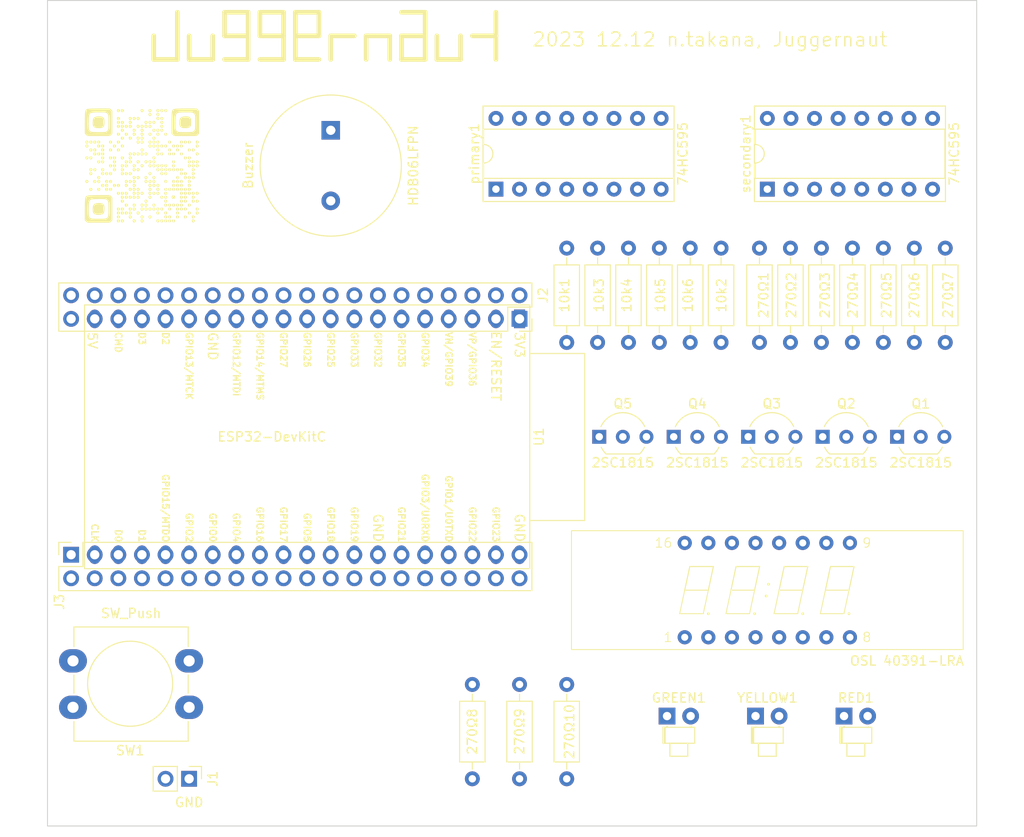
<source format=kicad_pcb>
(kicad_pcb (version 20221018) (generator pcbnew)
  (layers (0 "F.Cu" signal) (31 "B.Cu" signal) (34 "B.Paste" user) (35 "F.Paste" user) (36 "B.SilkS" user "B.Silkscreen") (37 "F.SilkS" user "F.Silkscreen") (38 "B.Mask" user) (39 "F.Mask" user) (44 "Edge.Cuts" user))
  (net 0 "")
  (net 1 "+3V3")
  (net 2 "Net-(Q1-B)")
  (net 3 "Net-(primary1-QA)")
  (net 4 "Net-(Q5-B)")
  (net 5 "Net-(primary1-QB)")
  (net 6 "Net-(Q4-B)")
  (net 7 "Net-(primary1-QC)")
  (net 8 "Net-(Q3-B)")
  (net 9 "Net-(primary1-QD)")
  (net 10 "Net-(Q2-B)")
  (net 11 "Net-(primary1-QE)")
  (net 12 "Net-(BZ1--)")
  (net 13 "Net-(primary1-QF)")
  (net 14 "Net-(GREEN1-A)")
  (net 15 "Net-(U2-f)")
  (net 16 "Net-(secondary1-QC)")
  (net 17 "Net-(primary1-QG)")
  (net 18 "Net-(YELLOW1-A)")
  (net 19 "Net-(U2-e)")
  (net 20 "Net-(secondary1-QD)")
  (net 21 "Net-(U2-d)")
  (net 22 "Net-(secondary1-QE)")
  (net 23 "Net-(U2-c{slash}D3)")
  (net 24 "Net-(secondary1-QF)")
  (net 25 "Net-(U2-b{slash}D2)")
  (net 26 "Net-(secondary1-QG)")
  (net 27 "Net-(U2-a{slash}D1)")
  (net 28 "Net-(secondary1-QH)")
  (net 29 "Net-(U2-g)")
  (net 30 "Net-(secondary1-QB)")
  (net 31 "Net-(primary1-QH)")
  (net 32 "Net-(RED1-A)")
  (net 33 "GNDPWR")
  (net 34 "Net-(J3-Pin_20a)")
  (net 35 "Net-(J3-Pin_21a)")
  (net 36 "Net-(J3-Pin_22a)")
  (net 37 "Net-(J3-Pin_23a)")
  (net 38 "Net-(J3-Pin_24a)")
  (net 39 "Net-(J3-Pin_25a)")
  (net 40 "Net-(J3-Pin_26a)")
  (net 41 "Net-(J3-Pin_27a)")
  (net 42 "Net-(J3-Pin_28a)")
  (net 43 "Net-(J3-Pin_29a)")
  (net 44 "Net-(J3-Pin_30a)")
  (net 45 "Net-(J3-Pin_31a)")
  (net 46 "Net-(J3-Pin_33a)")
  (net 47 "Net-(J3-Pin_34a)")
  (net 48 "Net-(J3-Pin_35a)")
  (net 49 "Net-(J3-Pin_36a)")
  (net 50 "Net-(J3-Pin_37a)")
  (net 53 "Net-(primary1-QH')")
  (net 54 "Net-(J2-Pin_9a)")
  (net 55 "Net-(J2-Pin_10a)")
  (net 56 "Net-(J2-Pin_11a)")
  (net 57 "Net-(Q1-C)")
  (net 58 "Net-(Q2-C)")
  (net 59 "Net-(Q3-C)")
  (net 60 "Net-(Q4-C)")
  (net 61 "Net-(Q5-C)")
  (net 64 "Net-(J2-Pin_2a)")
  (net 65 "Net-(J2-Pin_4a)")
  (net 66 "Net-(J2-Pin_5a)")
  (net 67 "Net-(J2-Pin_6a)")
  (net 68 "Net-(J2-Pin_7a)")
  (net 69 "Net-(J2-Pin_8a)")
  (net 70 "Net-(J2-Pin_12a)")
  (net 71 "Net-(J2-Pin_15a)")
  (net 72 "Net-(J2-Pin_16a)")
  (net 73 "Net-(J2-Pin_17a)")
  (net 74 "Net-(J2-Pin_18a)")
  (net 75 "+5V")
  (net 77 "Net-(10k1-Pad1)")
  (footprint "MountingHole:MountingHole_2.7mm_M2.5" (layer "F.Cu") (at 171.12 68.58)
    (fp_text reference "hole_upper_right" hide)
    (fp_text value "MountingHole_2.7mm_M2.5")
    (pad "" np_thru_hole circle (at 0 0) (size 2.7 2.7) (drill 2.7) (layers "F&B.Cu" "*.Mask"))
  )
  (footprint "MountingHole:MountingHole_2.7mm_M2.5" (layer "F.Cu") (at 171.12 147.32)
    (fp_text reference "hole_lower_right" hide)
    (fp_text value "MountingHole_2.7mm_M2.5")
    (pad "" np_thru_hole circle (at 0 0) (size 2.7 2.7) (drill 2.7) (layers "*.Cu" "*.Mask"))
  )
  (footprint "Resistor_THT:R_Axial_DIN0207_L6.3mm_D2.5mm_P10.16mm_Horizontal" (layer "F.Cu") (at 156.1567 100.33 90)
    (fp_text reference "270Ω2" (at 5.08 0.1025 90) (layer "F.SilkS"))
    (fp_text value "R_US")
    (pad "1" thru_hole circle (at 0 0 90) (size 1.6 1.6) (drill 0.8) (layers "*.Cu" "*.Mask") (net 15 "Net-(U2-f)"))
    (pad "2" thru_hole oval (at 10.16 0 90) (size 1.6 1.6) (drill 0.8) (layers "*.Cu" "*.Mask") (net 16 "Net-(secondary1-QC)"))
  )
  (footprint "PCM_Espressif:ESP32-DevKitC" (layer "F.Cu") (at 127 97.79 -90)
    (fp_text reference "U1" (at 12.7 -2.1 90) (layer "F.SilkS"))
    (fp_text value "ESP32-DevKitC" (at 12.7 26.67) (layer "F.SilkS"))
    (fp_text user "GPIO34" (at 1.33 10.16 -90 unlocked) (layer "F.SilkS") (effects (font (size 0.7 0.7)) (justify left)))
    (fp_text user "GPIO22" (at 24.13 5.08 -90 unlocked) (layer "F.SilkS") (effects (font (size 0.7 0.7)) (justify right)))
    (fp_text user "GPIO14/MTMS" (at 1.33 27.94 -90 unlocked) (layer "F.SilkS") (effects (font (size 0.7 0.7)) (justify left)))
    (fp_text user "GPIO26" (at 1.33 22.86 -90 unlocked) (layer "F.SilkS") (effects (font (size 0.7 0.7)) (justify left)))
    (fp_text user "GPIO25" (at 1.33 20.32 -90 unlocked) (layer "F.SilkS") (effects (font (size 0.7 0.7)) (justify left)))
    (fp_text user "GND" (at 24.13 0 -90 unlocked) (layer "F.SilkS") (effects (justify right)))
    (fp_text user "GPIO18" (at 24.13 20.32 -90 unlocked) (layer "F.SilkS") (effects (font (size 0.7 0.7)) (justify right)))
    (fp_text user "D3" (at 1.33 40.64 -90 unlocked) (layer "F.SilkS") (effects (font (size 0.7 0.7)) (justify left)))
    (fp_text user "GPIO13/MTCK" (at 1.33 35.56 -90 unlocked) (layer "F.SilkS") (effects (font (size 0.7 0.7)) (justify left)))
    (fp_text user "GPIO35" (at 1.33 12.7 -90 unlocked) (layer "F.SilkS") (effects (font (size 0.7 0.7)) (justify left)))
    (fp_text user "GPIO2" (at 24.13 35.56 -90 unlocked) (layer "F.SilkS") (effects (font (size 0.7 0.7)) (justify right)))
    (fp_text user "GPIO16" (at 24.13 27.94 -90 unlocked) (layer "F.SilkS") (effects (font (size 0.7 0.7)) (justify right)))
    (fp_text user "GPIO19" (at 24.13 17.78 -90 unlocked) (layer "F.SilkS") (effects (font (size 0.7 0.7)) (justify right)))
    (fp_text user "3V3" (at 1.33 0 -90 unlocked) (layer "F.SilkS") (effects (justify left)))
    (fp_text user "D0" (at 24.13 43.18 -90 unlocked) (layer "F.SilkS") (effects (font (size 0.7 0.7)) (justify right)))
    (fp_text user "GND" (at 1.33 33.02 -90 unlocked) (layer "F.SilkS") (effects (justify left)))
    (fp_text user "EN/RESET" (at 8.94632 2.53728 -90 unlocked) (layer "F.SilkS") (effects (justify right)))
    (fp_text user "GPIO1/U0TXD" (at 24.13 7.62 -90 unlocked) (layer "F.SilkS") (effects (font (size 0.7 0.7)) (justify right)))
    (fp_text user "GPIO12/MTDI" (at 1.33 30.48 -90 unlocked) (layer "F.SilkS") (effects (font (size 0.7 0.7)) (justify left)))
    (fp_text user "GPIO27" (at 1.33 25.4 -90 unlocked) (layer "F.SilkS") (effects (font (size 0.7 0.7)) (justify left)))
    (fp_text user "VP/GPIO36" (at 1.33 5.08 -90 unlocked) (layer "F.SilkS") (effects (font (size 0.7 0.7)) (justify left)))
    (fp_text user "GPIO17" (at 24.13 25.4 -90 unlocked) (layer "F.SilkS") (effects (font (size 0.7 0.7)) (justify right)))
    (fp_text user "GPIO21" (at 24.13 12.7 -90 unlocked) (layer "F.SilkS") (effects (font (size 0.7 0.7)) (justify right)))
    (fp_text user "D2" (at 1.33 38.1 -90 unlocked) (layer "F.SilkS") (effects (font (size 0.7 0.7)) (justify left)))
    (fp_text user "GPIO5" (at 24.13 22.86 -90 unlocked) (layer "F.SilkS") (effects (font (size 0.7 0.7)) (justify right)))
    (fp_text user "VN/GPIO39" (at 1.33 7.62 -90 unlocked) (layer "F.SilkS") (effects (font (size 0.7 0.7)) (justify left)))
    (fp_text user "GPIO4" (at 24.13 30.48 -90 unlocked) (layer "F.SilkS") (effects (font (size 0.7 0.7)) (justify right)))
    (fp_text user "GPIO23" (at 24.13 2.54 -90 unlocked) (layer "F.SilkS") (effects (font (size 0.7 0.7)) (justify right)))
    (fp_text user "GPIO32" (at 1.33 15.24 -90 unlocked) (layer "F.SilkS") (effects (font (size 0.7 0.7)) (justify left)))
    (fp_text user "GPIO33" (at 1.33 17.78 -90 unlocked) (layer "F.SilkS") (effects (font (size 0.7 0.7)) (justify left)))
    (fp_text user "GND" (at 24.13 15.24 -90 unlocked) (layer "F.SilkS") (effects (justify right)))
    (fp_text user "CMD" (at 1.33 43.18 -90 unlocked) (layer "F.SilkS") (effects (font (size 0.7 0.7)) (justify left)))
    (fp_text user "GPIO0" (at 24.13 33.02 -90 unlocked) (layer "F.SilkS") (effects (font (size 0.7 0.7)) (justify right)))
    (fp_text user "CLK" (at 24.13 45.72 -90 unlocked) (layer "F.SilkS") (effects (font (size 0.7 0.7)) (justify right)))
    (fp_text user "GPIO15/MTDO" (at 24.13 38.1 -90 unlocked) (layer "F.SilkS") (effects (font (size 0.7 0.7)) (justify right)))
    (fp_text user "GPIO3/U0RXD" (at 24.13 10.16 -90 unlocked) (layer "F.SilkS") (effects (font (size 0.7 0.7)) (justify right)))
    (fp_text user "D1" (at 24.13 40.64 -90 unlocked) (layer "F.SilkS") (effects (font (size 0.7 0.7)) (justify right)))
    (fp_text user "5V" (at 1.32632 45.97128 -90 unlocked) (layer "F.SilkS") (effects (justify left)))
    (pad "1" thru_hole rect (at 0 0 180) (size 1.2 2) (drill 0.8) (layers "*.Cu" "*.Mask") (net 1 "+3V3"))
    (pad "2" thru_hole oval (at 0 2.54 180) (size 1.2 2) (drill 0.8) (layers "*.Cu" "*.Mask") (net 64 "Net-(J2-Pin_2a)"))
    (pad "3" thru_hole oval (at 0 5.08 180) (size 1.2 2) (drill 0.8) (layers "*.Cu" "*.Mask") (net 1 "+3V3"))
    (pad "4" thru_hole oval (at 0 7.62 180) (size 1.2 2) (drill 0.8) (layers "*.Cu" "*.Mask") (net 65 "Net-(J2-Pin_4a)"))
    (pad "5" thru_hole oval (at 0 10.16 180) (size 1.2 2) (drill 0.8) (layers "*.Cu" "*.Mask") (net 66 "Net-(J2-Pin_5a)"))
    (pad "6" thru_hole oval (at 0 12.7 180) (size 1.2 2) (drill 0.8) (layers "*.Cu" "*.Mask") (net 67 "Net-(J2-Pin_6a)"))
    (pad "7" thru_hole oval (at 0 15.24 180) (size 1.2 2) (drill 0.8) (layers "*.Cu" "*.Mask") (net 68 "Net-(J2-Pin_7a)"))
    (pad "8" thru_hole oval (at 0 17.78 180) (size 1.2 2) (drill 0.8) (layers "*.Cu" "*.Mask") (net 69 "Net-(J2-Pin_8a)"))
    (pad "9" thru_hole oval (at 0 20.32 180) (size 1.2 2) (drill 0.8) (layers "*.Cu" "*.Mask") (net 54 "Net-(J2-Pin_9a)"))
    (pad "10" thru_hole oval (at 0 22.86 180) (size 1.2 2) (drill 0.8) (layers "*.Cu" "*.Mask") (net 55 "Net-(J2-Pin_10a)"))
    (pad "11" thru_hole oval (at 0 25.4 180) (size 1.2 2) (drill 0.8) (layers "*.Cu" "*.Mask") (net 56 "Net-(J2-Pin_11a)"))
    (pad "12" thru_hole oval (at 0 27.94 180) (size 1.2 2) (drill 0.8) (layers "*.Cu" "*.Mask") (net 70 "Net-(J2-Pin_12a)"))
    (pad "13" thru_hole oval (at 0 30.48 180) (size 1.2 2) (drill 0.8) (layers "*.Cu" "*.Mask") (net 12 "Net-(BZ1--)"))
    (pad "14" thru_hole oval (at 0 33.02 180) (size 1.2 2) (drill 0.8) (layers "*.Cu" "*.Mask") (net 33 "GNDPWR"))
    (pad "15" thru_hole oval (at 0 35.56 180) (size 1.2 2) (drill 0.8) (layers "*.Cu" "*.Mask") (net 71 "Net-(J2-Pin_15a)"))
    (pad "16" thru_hole oval (at 0 38.1 180) (size 1.2 2) (drill 0.8) (layers "*.Cu" "*.Mask") (net 72 "Net-(J2-Pin_16a)"))
    (pad "17" thru_hole oval (at 0 40.64 180) (size 1.2 2) (drill 0.8) (layers "*.Cu" "*.Mask") (net 73 "Net-(J2-Pin_17a)"))
    (pad "18" thru_hole oval (at 0 43.18 180) (size 1.2 2) (drill 0.8) (layers "*.Cu" "*.Mask") (net 74 "Net-(J2-Pin_18a)"))
    (pad "19" thru_hole oval (at 0 45.72 180) (size 1.2 2) (drill 0.8) (layers "*.Cu" "*.Mask") (net 75 "+5V"))
    (pad "20" thru_hole oval (at 25.39632 45.71728 180) (size 1.2 2) (drill 0.8) (layers "*.Cu" "*.Mask") (net 34 "Net-(J3-Pin_20a)"))
    (pad "21" thru_hole oval (at 25.39632 43.17728 180) (size 1.2 2) (drill 0.8) (layers "*.Cu" "*.Mask") (net 35 "Net-(J3-Pin_21a)"))
    (pad "22" thru_hole oval (at 25.4 40.64 180) (size 1.2 2) (drill 0.8) (layers "*.Cu" "*.Mask") (net 36 "Net-(J3-Pin_22a)"))
    (pad "23" thru_hole oval (at 25.4 38.1 180) (size 1.2 2) (drill 0.8) (layers "*.Cu" "*.Mask") (net 37 "Net-(J3-Pin_23a)"))
    (pad "24" thru_hole oval (at 25.4 35.56 180) (size 1.2 2) (drill 0.8) (layers "*.Cu" "*.Mask") (net 38 "Net-(J3-Pin_24a)"))
    (pad "25" thru_hole oval (at 25.4 33.02 180) (size 1.2 2) (drill 0.8) (layers "*.Cu" "*.Mask") (net 39 "Net-(J3-Pin_25a)"))
    (pad "26" thru_hole oval (at 25.4 30.48 180) (size 1.2 2) (drill 0.8) (layers "*.Cu" "*.Mask") (net 40 "Net-(J3-Pin_26a)"))
    (pad "27" thru_hole oval (at 25.4 27.94 180) (size 1.2 2) (drill 0.8) (layers "*.Cu" "*.Mask") (net 41 "Net-(J3-Pin_27a)"))
    (pad "28" thru_hole oval (at 25.4 25.4 180) (size 1.2 2) (drill 0.8) (layers "*.Cu" "*.Mask") (net 42 "Net-(J3-Pin_28a)"))
    (pad "29" thru_hole oval (at 25.4 22.86 180) (size 1.2 2) (drill 0.8) (layers "*.Cu" "*.Mask") (net 43 "Net-(J3-Pin_29a)"))
    (pad "30" thru_hole oval (at 25.4 20.32 180) (size 1.2 2) (drill 0.8) (layers "*.Cu" "*.Mask") (net 44 "Net-(J3-Pin_30a)"))
    (pad "31" thru_hole oval (at 25.4 17.78 180) (size 1.2 2) (drill 0.8) (layers "*.Cu" "*.Mask") (net 45 "Net-(J3-Pin_31a)"))
    (pad "32" thru_hole oval (at 25.4 15.24 180) (size 1.2 2) (drill 0.8) (layers "*.Cu" "*.Mask") (net 33 "GNDPWR"))
    (pad "33" thru_hole oval (at 25.4 12.7 180) (size 1.2 2) (drill 0.8) (layers "*.Cu" "*.Mask") (net 46 "Net-(J3-Pin_33a)"))
    (pad "34" thru_hole oval (at 25.4 10.16 180) (size 1.2 2) (drill 0.8) (layers "*.Cu" "*.Mask") (net 47 "Net-(J3-Pin_34a)"))
    (pad "35" thru_hole oval (at 25.4 7.62 180) (size 1.2 2) (drill 0.8) (layers "*.Cu" "*.Mask") (net 48 "Net-(J3-Pin_35a)"))
    (pad "36" thru_hole oval (at 25.4 5.08 180) (size 1.2 2) (drill 0.8) (layers "*.Cu" "*.Mask") (net 49 "Net-(J3-Pin_36a)"))
    (pad "37" thru_hole oval (at 25.4 2.54 180) (size 1.2 2) (drill 0.8) (layers "*.Cu" "*.Mask") (net 50 "Net-(J3-Pin_37a)"))
    (pad "38" thru_hole oval (at 25.4 0 180) (size 1.2 2) (drill 0.8) (layers "*.Cu" "*.Mask") (net 33 "GNDPWR"))
  )
  (footprint "Resistor_THT:R_Axial_DIN0207_L6.3mm_D2.5mm_P10.16mm_Horizontal" (layer "F.Cu") (at 135.4025 100.33 90)
    (fp_text reference "10k3" (at 5.08 0.1537 90) (layer "F.SilkS"))
    (fp_text value "R_US")
    (pad "1" thru_hole circle (at 0 0 90) (size 1.6 1.6) (drill 0.8) (layers "*.Cu" "*.Mask") (net 4 "Net-(Q5-B)"))
    (pad "2" thru_hole oval (at 10.16 0 90) (size 1.6 1.6) (drill 0.8) (layers "*.Cu" "*.Mask") (net 5 "Net-(primary1-QB)"))
  )
  (footprint "Resistor_THT:R_Axial_DIN0207_L6.3mm_D2.5mm_P10.16mm_Horizontal" (layer "F.Cu") (at 145.3701 100.33 90)
    (fp_text reference "10k6" (at 5.08 -0.2406 90) (layer "F.SilkS"))
    (fp_text value "R_US")
    (pad "1" thru_hole circle (at 0 0 90) (size 1.6 1.6) (drill 0.8) (layers "*.Cu" "*.Mask") (net 10 "Net-(Q2-B)"))
    (pad "2" thru_hole oval (at 10.16 0 90) (size 1.6 1.6) (drill 0.8) (layers "*.Cu" "*.Mask") (net 11 "Net-(primary1-QE)"))
  )
  (footprint "Package_TO_SOT_THT:TO-92_Inline_Wide" (layer "F.Cu") (at 151.6088 110.49)
    (fp_text reference "Q3" (at 2.54 -3.56) (layer "F.SilkS"))
    (fp_text value "2SC1815" (at 2.54 2.79) (layer "F.SilkS"))
    (pad "1" thru_hole rect (at 0 0) (size 1.5 1.5) (drill 0.8) (layers "*.Cu" "*.Mask") (net 33 "GNDPWR"))
    (pad "2" thru_hole circle (at 2.54 0) (size 1.5 1.5) (drill 0.8) (layers "*.Cu" "*.Mask") (net 59 "Net-(Q3-C)"))
    (pad "3" thru_hole circle (at 5.08 0) (size 1.5 1.5) (drill 0.8) (layers "*.Cu" "*.Mask") (net 8 "Net-(Q3-B)"))
  )
  (footprint "Resistor_THT:R_Axial_DIN0207_L6.3mm_D2.5mm_P10.16mm_Horizontal" (layer "F.Cu") (at 121.92 137.16 -90)
    (fp_text reference "270Ω8" (at 5.08 0 90) (layer "F.SilkS"))
    (fp_text value "R_US" hide)
    (pad "1" thru_hole circle (at 0 0 270) (size 1.6 1.6) (drill 0.8) (layers "*.Cu" "*.Mask") (net 13 "Net-(primary1-QF)"))
    (pad "2" thru_hole oval (at 10.16 0 270) (size 1.6 1.6) (drill 0.8) (layers "*.Cu" "*.Mask") (net 14 "Net-(GREEN1-A)"))
  )
  (footprint "Library:OSL_40391_LRA" (layer "F.Cu") (at 153.67 127)
    (fp_text reference "U2" hide)
    (fp_text value "OSL 40391-LRA" (at 15.0216 7.62 unlocked) (layer "F.SilkS"))
    (fp_text user "9" (at 10.16 -5.08 unlocked) (layer "F.SilkS") (effects (font (thickness 0.1)) (justify left)))
    (fp_text user "8" (at 10.16 5.08 unlocked) (layer "F.SilkS") (effects (font (thickness 0.1)) (justify left)))
    (fp_text user "1" (at -10.16 5.08 unlocked) (layer "F.SilkS") (effects (font (thickness 0.1)) (justify right)))
    (fp_text user "16" (at -10.16 -5.08 unlocked) (layer "F.SilkS") (effects (font (thickness 0.1)) (justify right)))
    (pad "1" thru_hole circle (at -8.89 5.08) (size 1.524 1.524) (drill 0.762) (layers "*.Cu" "*.Mask") (net 61 "Net-(Q5-C)"))
    (pad "2" thru_hole circle (at -6.35 5.08) (size 1.524 1.524) (drill 0.762) (layers "*.Cu" "*.Mask") (net 60 "Net-(Q4-C)"))
    (pad "3" thru_hole circle (at -3.81 5.08) (size 1.524 1.524) (drill 0.762) (layers "*.Cu" "*.Mask") (net 21 "Net-(U2-d)"))
    (pad "4" thru_hole circle (at -1.27 5.08) (size 1.524 1.524) (drill 0.762) (layers "*.Cu" "*.Mask") (net 57 "Net-(Q1-C)"))
    (pad "5" thru_hole circle (at 1.27 5.08) (size 1.524 1.524) (drill 0.762) (layers "*.Cu" "*.Mask") (net 19 "Net-(U2-e)"))
    (pad "6" thru_hole circle (at 3.81 5.08) (size 1.524 1.524) (drill 0.762) (layers "*.Cu" "*.Mask") (net 59 "Net-(Q3-C)"))
    (pad "7" thru_hole circle (at 6.35 5.08) (size 1.524 1.524) (drill 0.762) (layers "*.Cu" "*.Mask"))
    (pad "8" thru_hole circle (at 8.89 5.08) (size 1.524 1.524) (drill 0.762) (layers "*.Cu" "*.Mask") (net 58 "Net-(Q2-C)"))
    (pad "9" thru_hole circle (at 8.89 -5.08) (size 1.524 1.524) (drill 0.762) (layers "*.Cu" "*.Mask"))
    (pad "10" thru_hole circle (at 6.35 -5.08) (size 1.524 1.524) (drill 0.762) (layers "*.Cu" "*.Mask"))
    (pad "11" thru_hole circle (at 3.81 -5.08) (size 1.524 1.524) (drill 0.762) (layers "*.Cu" "*.Mask") (net 15 "Net-(U2-f)"))
    (pad "12" thru_hole circle (at 1.27 -5.08) (size 1.524 1.524) (drill 0.762) (layers "*.Cu" "*.Mask"))
    (pad "13" thru_hole circle (at -1.27 -5.08) (size 1.524 1.524) (drill 0.762) (layers "*.Cu" "*.Mask") (net 23 "Net-(U2-c{slash}D3)"))
    (pad "14" thru_hole circle (at -3.81 -5.08) (size 1.524 1.524) (drill 0.762) (layers "*.Cu" "*.Mask") (net 27 "Net-(U2-a{slash}D1)"))
    (pad "15" thru_hole circle (at -6.35 -5.08) (size 1.524 1.524) (drill 0.762) (layers "*.Cu" "*.Mask") (net 29 "Net-(U2-g)"))
    (pad "16" thru_hole circle (at -8.89 -5.08) (size 1.524 1.524) (drill 0.762) (layers "*.Cu" "*.Mask") (net 25 "Net-(U2-b{slash}D2)"))
  )
  (footprint "Resistor_THT:R_Axial_DIN0207_L6.3mm_D2.5mm_P10.16mm_Horizontal" (layer "F.Cu") (at 169.4894 100.33 90)
    (fp_text reference "270Ω6" (at 5.08 0 90) (layer "F.SilkS"))
    (fp_text value "R_US")
    (pad "1" thru_hole circle (at 0 0 90) (size 1.6 1.6) (drill 0.8) (layers "*.Cu" "*.Mask") (net 25 "Net-(U2-b{slash}D2)"))
    (pad "2" thru_hole oval (at 10.16 0 90) (size 1.6 1.6) (drill 0.8) (layers "*.Cu" "*.Mask") (net 26 "Net-(secondary1-QG)"))
  )
  (footprint "LED_THT:LED_D1.8mm_W1.8mm_H2.4mm_Horizontal_O1.27mm_Z1.6mm" (layer "F.Cu") (at 161.925 140.565)
    (fp_text reference "RED1" (at 1.27 -1.96) (layer "F.SilkS"))
    (fp_text value "LED")
    (pad "1" thru_hole rect (at 0 0) (size 1.8 1.8) (drill 0.9) (layers "*.Cu" "*.Mask") (net 33 "GNDPWR"))
    (pad "2" thru_hole circle (at 2.54 0) (size 1.8 1.8) (drill 0.9) (layers "*.Cu" "*.Mask") (net 32 "Net-(RED1-A)"))
  )
  (footprint "Resistor_THT:R_Axial_DIN0207_L6.3mm_D2.5mm_P10.16mm_Horizontal" (layer "F.Cu") (at 138.725 100.33 90)
    (fp_text reference "10k4" (at 5.08 -0.1894 90) (layer "F.SilkS"))
    (fp_text value "R_US")
    (pad "1" thru_hole circle (at 0 0 90) (size 1.6 1.6) (drill 0.8) (layers "*.Cu" "*.Mask") (net 6 "Net-(Q4-B)"))
    (pad "2" thru_hole oval (at 10.16 0 90) (size 1.6 1.6) (drill 0.8) (layers "*.Cu" "*.Mask") (net 7 "Net-(primary1-QC)"))
  )
  (footprint "Resistor_THT:R_Axial_DIN0207_L6.3mm_D2.5mm_P10.16mm_Horizontal" (layer "F.Cu") (at 142.0476 100.33 90)
    (fp_text reference "10k5" (at 5.08 0.1025 90) (layer "F.SilkS"))
    (fp_text value "R_US")
    (pad "1" thru_hole circle (at 0 0 90) (size 1.6 1.6) (drill 0.8) (layers "*.Cu" "*.Mask") (net 8 "Net-(Q3-B)"))
    (pad "2" thru_hole oval (at 10.16 0 90) (size 1.6 1.6) (drill 0.8) (layers "*.Cu" "*.Mask") (net 9 "Net-(primary1-QD)"))
  )
  (footprint "Package_DIP:DIP-16_W7.62mm_Socket" (layer "F.Cu") (at 153.67 83.82 90)
    (fp_text reference "secondary1" (at 3.81 -2.33 90) (layer "F.SilkS"))
    (fp_text value "74HC595" (at 3.81 20.11 90) (layer "F.SilkS"))
    (pad "1" thru_hole rect (at 0 0 90) (size 1.6 1.6) (drill 0.8) (layers "*.Cu" "*.Mask") (net 30 "Net-(secondary1-QB)"))
    (pad "2" thru_hole oval (at 0 2.54 90) (size 1.6 1.6) (drill 0.8) (layers "*.Cu" "*.Mask") (net 16 "Net-(secondary1-QC)"))
    (pad "3" thru_hole oval (at 0 5.08 90) (size 1.6 1.6) (drill 0.8) (layers "*.Cu" "*.Mask") (net 20 "Net-(secondary1-QD)"))
    (pad "4" thru_hole oval (at 0 7.62 90) (size 1.6 1.6) (drill 0.8) (layers "*.Cu" "*.Mask") (net 22 "Net-(secondary1-QE)"))
    (pad "5" thru_hole oval (at 0 10.16 90) (size 1.6 1.6) (drill 0.8) (layers "*.Cu" "*.Mask") (net 24 "Net-(secondary1-QF)"))
    (pad "6" thru_hole oval (at 0 12.7 90) (size 1.6 1.6) (drill 0.8) (layers "*.Cu" "*.Mask") (net 26 "Net-(secondary1-QG)"))
    (pad "7" thru_hole oval (at 0 15.24 90) (size 1.6 1.6) (drill 0.8) (layers "*.Cu" "*.Mask") (net 28 "Net-(secondary1-QH)"))
    (pad "8" thru_hole oval (at 0 17.78 90) (size 1.6 1.6) (drill 0.8) (layers "*.Cu" "*.Mask") (net 33 "GNDPWR"))
    (pad "9" thru_hole oval (at 7.62 17.78 90) (size 1.6 1.6) (drill 0.8) (layers "*.Cu" "*.Mask"))
    (pad "10" thru_hole oval (at 7.62 15.24 90) (size 1.6 1.6) (drill 0.8) (layers "*.Cu" "*.Mask") (net 1 "+3V3"))
    (pad "11" thru_hole oval (at 7.62 12.7 90) (size 1.6 1.6) (drill 0.8) (layers "*.Cu" "*.Mask") (net 54 "Net-(J2-Pin_9a)"))
    (pad "12" thru_hole oval (at 7.62 10.16 90) (size 1.6 1.6) (drill 0.8) (layers "*.Cu" "*.Mask") (net 55 "Net-(J2-Pin_10a)"))
    (pad "13" thru_hole oval (at 7.62 7.62 90) (size 1.6 1.6) (drill 0.8) (layers "*.Cu" "*.Mask") (net 33 "GNDPWR"))
    (pad "14" thru_hole oval (at 7.62 5.08 90) (size 1.6 1.6) (drill 0.8) (layers "*.Cu" "*.Mask") (net 53 "Net-(primary1-QH')"))
    (pad "15" thru_hole oval (at 7.62 2.54 90) (size 1.6 1.6) (drill 0.8) (layers "*.Cu" "*.Mask"))
    (pad "16" thru_hole oval (at 7.62 0 90) (size 1.6 1.6) (drill 0.8) (layers "*.Cu" "*.Mask") (net 1 "+3V3"))
  )
  (footprint "Resistor_THT:R_Axial_DIN0207_L6.3mm_D2.5mm_P10.16mm_Horizontal" (layer "F.Cu") (at 148.6926 100.33 90)
    (fp_text reference "10k2" (at 5.08 0.0512 90) (layer "F.SilkS"))
    (fp_text value "R_US")
    (pad "1" thru_hole circle (at 0 0 90) (size 1.6 1.6) (drill 0.8) (layers "*.Cu" "*.Mask") (net 2 "Net-(Q1-B)"))
    (pad "2" thru_hole oval (at 10.16 0 90) (size 1.6 1.6) (drill 0.8) (layers "*.Cu" "*.Mask") (net 3 "Net-(primary1-QA)"))
  )
  (footprint "Buzzer_Beeper:Buzzer_15x7.5RM7.6" (layer "F.Cu") (at 106.68 77.48 -90)
    (fp_text reference "HDB06LFPN" (at 3.81 -8.89 90) (layer "F.SilkS"))
    (fp_text value "Buzzer" (at 3.81 8.89 90) (layer "F.SilkS"))
    (fp_text user "+" (at -0.01 0 90) (layer "F.SilkS"))
    (pad "1" thru_hole rect (at 0 0 270) (size 2 2) (drill 1) (layers "*.Cu" "*.Mask") (net 12 "Net-(BZ1--)"))
    (pad "2" thru_hole circle (at 7.6 0 270) (size 2 2) (drill 1) (layers "*.Cu" "*.Mask") (net 33 "GNDPWR"))
  )
  (footprint "LED_THT:LED_D1.8mm_W1.8mm_H2.4mm_Horizontal_O1.27mm_Z1.6mm" (layer "F.Cu") (at 142.875 140.565)
    (fp_text reference "GREEN1" (at 1.27 -1.96) (layer "F.SilkS"))
    (fp_text value "LED")
    (pad "1" thru_hole rect (at 0 0) (size 1.8 1.8) (drill 0.9) (layers "*.Cu" "*.Mask") (net 33 "GNDPWR"))
    (pad "2" thru_hole circle (at 2.54 0) (size 1.8 1.8) (drill 0.9) (layers "*.Cu" "*.Mask") (net 14 "Net-(GREEN1-A)"))
  )
  (footprint "MountingHole:MountingHole_2.7mm_M2.5" (layer "F.Cu") (at 81.28 68.58)
    (fp_text reference "hole_upper_left" hide)
    (fp_text value "MountingHole_2.7mm_M2.5")
    (pad "" np_thru_hole circle (at 0 0) (size 2.7 2.7) (drill 2.7) (layers "*.Cu" "*.Mask"))
  )
  (footprint "Resistor_THT:R_Axial_DIN0207_L6.3mm_D2.5mm_P10.16mm_Horizontal" (layer "F.Cu") (at 159.4899 100.33 90)
    (fp_text reference "270Ω3" (at 5.08 0.3944 90) (layer "F.SilkS"))
    (fp_text value "R_US")
    (pad "1" thru_hole circle (at 0 0 90) (size 1.6 1.6) (drill 0.8) (layers "*.Cu" "*.Mask") (net 19 "Net-(U2-e)"))
    (pad "2" thru_hole oval (at 10.16 0 90) (size 1.6 1.6) (drill 0.8) (layers "*.Cu" "*.Mask") (net 20 "Net-(secondary1-QD)"))
  )
  (footprint "Library:PinSocket_2x20_P2.54mm_1a-19a" (layer "F.Cu") (at 127 97.79 -90)
    (fp_text reference "J2" (at -2.54 -2.54 90) (layer "F.SilkS"))
    (fp_text value "Conn_02x20_Row_Letter_Last")
    (pad "1a" thru_hole rect (at 0 0 270) (size 1.7 1.7) (drill 1) (layers "*.Cu" "*.Mask") (net 1 "+3V3"))
    (pad "1b" thru_hole oval (at -2.54 0 270) (size 1.7 1.7) (drill 1) (layers "*.Cu" "*.Mask") (net 1 "+3V3"))
    (pad "2a" thru_hole oval (at 0 2.54 270) (size 1.7 1.7) (drill 1) (layers "*.Cu" "*.Mask") (net 64 "Net-(J2-Pin_2a)"))
    (pad "2b" thru_hole oval (at -2.54 2.54 270) (size 1.7 1.7) (drill 1) (layers "*.Cu" "*.Mask") (net 64 "Net-(J2-Pin_2a)"))
    (pad "3a" thru_hole oval (at 0 5.08 270) (size 1.7 1.7) (drill 1) (layers "*.Cu" "*.Mask") (net 1 "+3V3"))
    (pad "3b" thru_hole oval (at -2.54 5.08 270) (size 1.7 1.7) (drill 1) (layers "*.Cu" "*.Mask") (net 1 "+3V3"))
    (pad "4a" thru_hole oval (at 0 7.62 270) (size 1.7 1.7) (drill 1) (layers "*.Cu" "*.Mask") (net 65 "Net-(J2-Pin_4a)"))
    (pad "4b" thru_hole oval (at -2.54 7.62 270) (size 1.7 1.7) (drill 1) (layers "*.Cu" "*.Mask") (net 65 "Net-(J2-Pin_4a)"))
    (pad "5a" thru_hole oval (at 0 10.16 270) (size 1.7 1.7) (drill 1) (layers "*.Cu" "*.Mask") (net 66 "Net-(J2-Pin_5a)"))
    (pad "5b" thru_hole oval (at -2.54 10.16 270) (size 1.7 1.7) (drill 1) (layers "*.Cu" "*.Mask") (net 66 "Net-(J2-Pin_5a)"))
    (pad "6a" thru_hole oval (at 0 12.7 270) (size 1.7 1.7) (drill 1) (layers "*.Cu" "*.Mask") (net 67 "Net-(J2-Pin_6a)"))
    (pad "6b" thru_hole oval (at -2.54 12.7 270) (size 1.7 1.7) (drill 1) (layers "*.Cu" "*.Mask") (net 67 "Net-(J2-Pin_6a)"))
    (pad "7a" thru_hole oval (at 0 15.24 270) (size 1.7 1.7) (drill 1) (layers "*.Cu" "*.Mask") (net 68 "Net-(J2-Pin_7a)"))
    (pad "7b" thru_hole oval (at -2.54 15.24 270) (size 1.7 1.7) (drill 1) (layers "*.Cu" "*.Mask") (net 68 "Net-(J2-Pin_7a)"))
    (pad "8a" thru_hole oval (at 0 17.78 270) (size 1.7 1.7) (drill 1) (layers "*.Cu" "*.Mask") (net 69 "Net-(J2-Pin_8a)"))
    (pad "8b" thru_hole oval (at -2.54 17.78 270) (size 1.7 1.7) (drill 1) (layers "*.Cu" "*.Mask") (net 69 "Net-(J2-Pin_8a)"))
    (pad "9a" thru_hole oval (at 0 20.32 270) (size 1.7 1.7) (drill 1) (layers "*.Cu" "*.Mask") (net 54 "Net-(J2-Pin_9a)"))
    (pad "9b" thru_hole oval (at -2.54 20.32 270) (size 1.7 1.7) (drill 1) (layers "*.Cu" "*.Mask") (net 54 "Net-(J2-Pin_9a)"))
    (pad "10a" thru_hole oval (at 0 22.86 270) (size 1.7 1.7) (drill 1) (layers "*.Cu" "*.Mask") (net 55 "Net-(J2-Pin_10a)"))
    (pad "10b" thru_hole oval (at -2.54 22.86 270) (size 1.7 1.7) (drill 1) (layers "*.Cu" "*.Mask") (net 55 "Net-(J2-Pin_10a)"))
    (pad "11a" thru_hole oval (at 0 25.4 270) (size 1.7 1.7) (drill 1) (layers "*.Cu" "*.Mask") (net 56 "Net-(J2-Pin_11a)"))
    (pad "11b" thru_hole oval (at -2.54 25.4 270) (size 1.7 1.7) (drill 1) (layers "*.Cu" "*.Mask") (net 56 "Net-(J2-Pin_11a)"))
    (pad "12a" thru_hole oval (at 0 27.94 270) (size 1.7 1.7) (drill 1) (layers "*.Cu" "*.Mask") (net 70 "Net-(J2-Pin_12a)"))
    (pad "12b" thru_hole oval (at -2.54 27.94 270) (size 1.7 1.7) (drill 1) (layers "*.Cu" "*.Mask") (net 70 "Net-(J2-Pin_12a)"))
    (pad "13a" thru_hole oval (at 0 30.48 270) (size 1.7 1.7) (drill 1) (layers "*.Cu" "*.Mask") (net 12 "Net-(BZ1--)"))
    (pad "13b" thru_hole oval (at -2.54 30.48 270) (size 1.7 1.7) (drill 1) (layers "*.Cu" "*.Mask") (net 12 "Net-(BZ1--)"))
    (pad "14a" thru_hole oval (at 0 33.02 270) (size 1.7 1.7) (drill 1) (layers "*.Cu" "*.Mask") (net 33 "GNDPWR"))
    (pad "14b" thru_hole oval (at -2.54 33.02 270) (size 1.7 1.7) (drill 1) (layers "*.Cu" "*.Mask") (net 33 "GNDPWR"))
    (pad "15a" thru_hole oval (at 0 35.56 270) (size 1.7 1.7) (drill 1) (layers "*.Cu" "*.Mask") (net 71 "Net-(J2-Pin_15a)"))
    (pad "15b" thru_hole oval (at -2.54 35.56 270) (size 1.7 1.7) (drill 1) (layers "*.Cu" "*.Mask") (net 71 "Net-(J2-Pin_15a)"))
    (pad "16a" thru_hole oval (at 0 38.1 270) (size 1.7 1.7) (drill 1) (layers "*.Cu" "*.Mask") (net 72 "Net-(J2-Pin_16a)"))
    (pad "16b" thru_hole oval (at -2.54 38.1 270) (size 1.7 1.7) (drill 1) (layers "*.Cu" "*.Mask") (net 72 "Net-(J2-Pin_16a)"))
    (pad "17a" thru_hole oval (at 0 40.64 270) (size 1.7 1.7) (drill 1) (layers "*.Cu" "*.Mask") (net 73 "Net-(J2-Pin_17a)"))
    (pad "17b" thru_hole oval (at -2.54 40.64 270) (size 1.7 1.7) (drill 1) (layers "*.Cu" "*.Mask") (net 73 "Net-(J2-Pin_17a)"))
    (pad "18a" thru_hole oval (at 0 43.18 270) (size 1.7 1.7) (drill 1) (layers "*.Cu" "*.Mask") (net 74 "Net-(J2-Pin_18a)"))
    (pad "18b" thru_hole oval (at -2.54 43.18 270) (size 1.7 1.7) (drill 1) (layers "*.Cu" "*.Mask") (net 74 "Net-(J2-Pin_18a)"))
    (pad "19a" thru_hole oval (at 0 45.72 270) (size 1.7 1.7) (drill 1) (layers "*.Cu" "*.Mask") (net 75 "+5V"))
    (pad "19b" thru_hole oval (at -2.54 45.72 270) (size 1.7 1.7) (drill 1) (layers "*.Cu" "*.Mask") (net 75 "+5V"))
    (pad "none_a" thru_hole oval (at 0 48.26 270) (size 1.7 1.7) (drill 1) (layers "*.Cu" "*.Mask"))
    (pad "none_b" thru_hole oval (at -2.54 48.26 270) (size 1.7 1.7) (drill 1) (layers "*.Cu" "*.Mask"))
  )
  (footprint "Package_TO_SOT_THT:TO-92_Inline_Wide" (layer "F.Cu") (at 143.5932 110.49)
    (fp_text reference "Q4" (at 2.54 -3.56) (layer "F.SilkS"))
    (fp_text value "2SC1815" (at 2.54 2.79) (layer "F.SilkS"))
    (pad "1" thru_hole rect (at 0 0) (size 1.5 1.5) (drill 0.8) (layers "*.Cu" "*.Mask") (net 33 "GNDPWR"))
    (pad "2" thru_hole circle (at 2.54 0) (size 1.5 1.5) (drill 0.8) (layers "*.Cu" "*.Mask") (net 60 "Net-(Q4-C)"))
    (pad "3" thru_hole circle (at 5.08 0) (size 1.5 1.5) (drill 0.8) (layers "*.Cu" "*.Mask") (net 6 "Net-(Q4-B)"))
  )
  (footprint "MountingHole:MountingHole_2.7mm_M2.5" (layer "F.Cu") (at 81.28 147.32)
    (fp_text reference "hole_lower_left" hide)
    (fp_text value "MountingHole_2.7mm_M2.5")
    (pad "" np_thru_hole circle (at 0 0) (size 2.7 2.7) (drill 2.7) (layers "*.Cu" "*.Mask"))
  )
  (footprint "Resistor_THT:R_Axial_DIN0207_L6.3mm_D2.5mm_P10.16mm_Horizontal" (layer "F.Cu") (at 152.8235 100.33 90)
    (fp_text reference "270Ω1" (at 5.08 0.4456 90) (layer "F.SilkS"))
    (fp_text value "R_US")
    (pad "1" thru_hole circle (at 0 0 90) (size 1.6 1.6) (drill 0.8) (layers "*.Cu" "*.Mask") (net 29 "Net-(U2-g)"))
    (pad "2" thru_hole oval (at 10.16 0 90) (size 1.6 1.6) (drill 0.8) (layers "*.Cu" "*.Mask") (net 30 "Net-(secondary1-QB)"))
  )
  (footprint "Resistor_THT:R_Axial_DIN0207_L6.3mm_D2.5mm_P10.16mm_Horizontal" (layer "F.Cu") (at 162.8231 100.33 90)
    (fp_text reference "270Ω4" (at 5.08 0.0512 90) (layer "F.SilkS"))
    (fp_text value "R_US")
    (pad "1" thru_hole circle (at 0 0 90) (size 1.6 1.6) (drill 0.8) (layers "*.Cu" "*.Mask") (net 21 "Net-(U2-d)"))
    (pad "2" thru_hole oval (at 10.16 0 90) (size 1.6 1.6) (drill 0.8) (layers "*.Cu" "*.Mask") (net 22 "Net-(secondary1-QE)"))
  )
  (footprint "Package_TO_SOT_THT:TO-92_Inline_Wide" (layer "F.Cu") (at 167.64 110.49)
    (fp_text reference "Q1" (at 2.54 -3.56) (layer "F.SilkS"))
    (fp_text value "2SC1815" (at 2.54 2.79) (layer "F.SilkS"))
    (pad "1" thru_hole rect (at 0 0) (size 1.5 1.5) (drill 0.8) (layers "*.Cu" "*.Mask") (net 33 "GNDPWR"))
    (pad "2" thru_hole circle (at 2.54 0) (size 1.5 1.5) (drill 0.8) (layers "*.Cu" "*.Mask") (net 57 "Net-(Q1-C)"))
    (pad "3" thru_hole circle (at 5.08 0) (size 1.5 1.5) (drill 0.8) (layers "*.Cu" "*.Mask") (net 2 "Net-(Q1-B)"))
  )
  (footprint "Package_TO_SOT_THT:TO-92_Inline_Wide" (layer "F.Cu") (at 159.6244 110.49)
    (fp_text reference "Q2" (at 2.54 -3.56) (layer "F.SilkS"))
    (fp_text value "2SC1815" (at 2.54 2.79) (layer "F.SilkS"))
    (pad "1" thru_hole rect (at 0 0) (size 1.5 1.5) (drill 0.8) (layers "*.Cu" "*.Mask") (net 33 "GNDPWR"))
    (pad "2" thru_hole circle (at 2.54 0) (size 1.5 1.5) (drill 0.8) (layers "*.Cu" "*.Mask") (net 58 "Net-(Q2-C)"))
    (pad "3" thru_hole circle (at 5.08 0) (size 1.5 1.5) (drill 0.8) (layers "*.Cu" "*.Mask") (net 10 "Net-(Q2-B)"))
  )
  (footprint "Button_Switch_THT:SW_PUSH-12mm_Wuerth-430476085716" (layer "F.Cu") (at 91.44 139.62 180)
    (fp_text reference "SW1" (at 6.35 -4.66) (layer "F.SilkS"))
    (fp_text value "SW_Push" (at 6.25 10.12) (layer "F.SilkS"))
    (pad "1" thru_hole oval (at 0 0 180) (size 3 2.5) (drill 1.2) (layers "*.Cu" "*.Mask") (net 33 "GNDPWR"))
    (pad "1" thru_hole oval (at 12.5 0 180) (size 3 2.5) (drill 1.2) (layers "*.Cu" "*.Mask") (net 33 "GNDPWR"))
    (pad "2" thru_hole oval (at 0 5 180) (size 3 2.5) (drill 1.2) (layers "*.Cu" "*.Mask") (net 77 "Net-(10k1-Pad1)"))
    (pad "2" thru_hole oval (at 12.5 5 180) (size 3 2.5) (drill 1.2) (layers "*.Cu" "*.Mask") (net 77 "Net-(10k1-Pad1)"))
  )
  (footprint "Resistor_THT:R_Axial_DIN0207_L6.3mm_D2.5mm_P10.16mm_Horizontal" (layer "F.Cu") (at 127 137.16 -90)
    (fp_text reference "270Ω9" (at 5.08 0 90) (layer "F.SilkS"))
    (fp_text value "R_US")
    (pad "1" thru_hole circle (at 0 0 270) (size 1.6 1.6) (drill 0.8) (layers "*.Cu" "*.Mask") (net 17 "Net-(primary1-QG)"))
    (pad "2" thru_hole oval (at 10.16 0 270) (size 1.6 1.6) (drill 0.8) (layers "*.Cu" "*.Mask") (net 18 "Net-(YELLOW1-A)"))
  )
  (footprint "Library:QR_juggernaut" (layer "F.Cu") (at 86.36 81.28)
    (fp_text reference "G***" hide)
    (fp_text value "LOGO" hide)
  )
  (footprint "Resistor_THT:R_Axial_DIN0207_L6.3mm_D2.5mm_P10.16mm_Horizontal" (layer "F.Cu") (at 172.8226 100.33 90)
    (fp_text reference "270Ω7" (at 5.08 0.2919 90) (layer "F.SilkS"))
    (fp_text value "R_US")
    (pad "1" thru_hole circle (at 0 0 90) (size 1.6 1.6) (drill 0.8) (layers "*.Cu" "*.Mask") (net 27 "Net-(U2-a{slash}D1)"))
    (pad "2" thru_hole oval (at 10.16 0 90) (size 1.6 1.6) (drill 0.8) (layers "*.Cu" "*.Mask") (net 28 "Net-(secondary1-QH)"))
  )
  (footprint "LED_THT:LED_D1.8mm_W1.8mm_H2.4mm_Horizontal_O1.27mm_Z1.6mm" (layer "F.Cu") (at 152.4 140.565)
    (fp_text reference "YELLOW1" (at 1.27 -1.96) (layer "F.SilkS"))
    (fp_text value "LED")
    (pad "1" thru_hole rect (at 0 0) (size 1.8 1.8) (drill 0.9) (layers "*.Cu" "*.Mask") (net 33 "GNDPWR"))
    (pad "2" thru_hole circle (at 2.54 0) (size 1.8 1.8) (drill 0.9) (layers "*.Cu" "*.Mask") (net 18 "Net-(YELLOW1-A)"))
  )
  (footprint "Resistor_THT:R_Axial_DIN0207_L6.3mm_D2.5mm_P10.16mm_Horizontal" (layer "F.Cu") (at 132.08 100.33 90)
    (fp_text reference "10k1" (at 5.08 -0.24 90) (layer "F.SilkS"))
    (fp_text value "R_US")
    (pad "1" thru_hole circle (at 0 0 90) (size 1.6 1.6) (drill 0.8) (layers "*.Cu" "*.Mask") (net 77 "Net-(10k1-Pad1)"))
    (pad "2" thru_hole oval (at 10.16 0 90) (size 1.6 1.6) (drill 0.8) (layers "*.Cu" "*.Mask") (net 1 "+3V3"))
  )
  (footprint "Library:PinSocket_2x20_P2.54mm_20a_38a" (layer "F.Cu") (at 78.74 123.19 90)
    (fp_text reference "J3" (at -5.08 -1.27 90) (layer "F.SilkS"))
    (fp_text value "Conn_02x20_Row_Letter_Last")
    (pad "20a" thru_hole oval (at 0 2.54 90) (size 1.7 1.7) (drill 1) (layers "*.Cu" "*.Mask") (net 34 "Net-(J3-Pin_20a)"))
    (pad "20b" thru_hole oval (at -2.54 2.54 90) (size 1.7 1.7) (drill 1) (layers "*.Cu" "*.Mask") (net 34 "Net-(J3-Pin_20a)"))
    (pad "21a" thru_hole oval (at 0 5.08 90) (size 1.7 1.7) (drill 1) (layers "*.Cu" "*.Mask") (net 35 "Net-(J3-Pin_21a)"))
    (pad "21b" thru_hole oval (at -2.54 5.08 90) (size 1.7 1.7) (drill 1) (layers "*.Cu" "*.Mask") (net 35 "Net-(J3-Pin_21a)"))
    (pad "22a" thru_hole oval (at 0 7.62 90) (size 1.7 1.7) (drill 1) (layers "*.Cu" "*.Mask") (net 36 "Net-(J3-Pin_22a)"))
    (pad "22b" thru_hole oval (at -2.54 7.62 90) (size 1.7 1.7) (drill 1) (layers "*.Cu" "*.Mask") (net 36 "Net-(J3-Pin_22a)"))
    (pad "23a" thru_hole oval (at 0 10.16 90) (size 1.7 1.7) (drill 1) (layers "*.Cu" "*.Mask") (net 37 "Net-(J3-Pin_23a)"))
    (pad "23b" thru_hole oval (at -2.54 10.16 90) (size 1.7 1.7) (drill 1) (layers "*.Cu" "*.Mask") (net 37 "Net-(J3-Pin_23a)"))
    (pad "24a" thru_hole oval (at 0 12.7 90) (size 1.7 1.7) (drill 1) (layers "*.Cu" "*.Mask") (net 38 "Net-(J3-Pin_24a)"))
    (pad "24b" thru_hole oval (at -2.54 12.7 90) (size 1.7 1.7) (drill 1) (layers "*.Cu" "*.Mask") (net 38 "Net-(J3-Pin_24a)"))
    (pad "25a" thru_hole oval (at 0 15.24 90) (size 1.7 1.7) (drill 1) (layers "*.Cu" "*.Mask") (net 39 "Net-(J3-Pin_25a)"))
    (pad "25b" thru_hole oval (at -2.54 15.24 90) (size 1.7 1.7) (drill 1) (layers "*.Cu" "*.Mask") (net 39 "Net-(J3-Pin_25a)"))
    (pad "26a" thru_hole oval (at 0 17.78 90) (size 1.7 1.7) (drill 1) (layers "*.Cu" "*.Mask") (net 40 "Net-(J3-Pin_26a)"))
    (pad "26b" thru_hole oval (at -2.54 17.78 90) (size 1.7 1.7) (drill 1) (layers "*.Cu" "*.Mask") (net 40 "Net-(J3-Pin_26a)"))
    (pad "27a" thru_hole oval (at 0 20.32 90) (size 1.7 1.7) (drill 1) (layers "*.Cu" "*.Mask") (net 41 "Net-(J3-Pin_27a)"))
    (pad "27b" thru_hole oval (at -2.54 20.32 90) (size 1.7 1.7) (drill 1) (layers "*.Cu" "*.Mask") (net 41 "Net-(J3-Pin_27a)"))
    (pad "28a" thru_hole oval (at 0 22.86 90) (size 1.7 1.7) (drill 1) (layers "*.Cu" "*.Mask") (net 42 "Net-(J3-Pin_28a)"))
    (pad "28b" thru_hole oval (at -2.54 22.86 90) (size 1.7 1.7) (drill 1) (layers "*.Cu" "*.Mask") (net 42 "Net-(J3-Pin_28a)"))
    (pad "29a" thru_hole oval (at 0 25.4 90) (size 1.7 1.7) (drill 1) (layers "*.Cu" "*.Mask") (net 43 "Net-(J3-Pin_29a)"))
    (pad "29b" thru_hole oval (at -2.54 25.4 90) (size 1.7 1.7) (drill 1) (layers "*.Cu" "*.Mask") (net 43 "Net-(J3-Pin_29a)"))
    (pad "30a" thru_hole oval (at 0 27.94 90) (size 1.7 1.7) (drill 1) (layers "*.Cu" "*.Mask") (net 44 "Net-(J3-Pin_30a)"))
    (pad "30b" thru_hole oval (at -2.54 27.94 90) (size 1.7 1.7) (drill 1) (layers "*.Cu" "*.Mask") (net 44 "Net-(J3-Pin_30a)"))
    (pad "31a" thru_hole oval (at 0 30.48 90) (size 1.7 1.7) (drill 1) (layers "*.Cu" "*.Mask") (net 45 "Net-(J3-Pin_31a)"))
    (pad "31b" thru_hole oval (at -2.54 30.48 90) (size 1.7 1.7) (drill 1) (layers "*.Cu" "*.Mask") (net 45 "Net-(J3-Pin_31a)"))
    (pad "32a" thru_hole oval (at 0 33.02 90) (size 1.7 1.7) (drill 1) (layers "*.Cu" "*.Mask") (net 33 "GNDPWR"))
    (pad "32b" thru_hole oval (at -2.54 33.02 90) (size 1.7 1.7) (drill 1) (layers "*.Cu" "*.Mask") (net 33 "GNDPWR"))
    (pad "33a" thru_hole oval (at 0 35.56 90) (size 1.7 1.7) (drill 1) (layers "*.Cu" "*.Mask") (net 46 "Net-(J3-Pin_33a)"))
    (pad "33b" thru_hole oval (at -2.54 35.56 90) (size 1.7 1.7) (drill 1) (layers "*.Cu" "*.Mask") (net 46 "Net-(J3-Pin_33a)"))
    (pad "34a" thru_hole oval (at 0 38.1 90) (size 1.7 1.7) (drill 1) (layers "*.Cu" "*.Mask") (net 47 "Net-(J3-Pin_34a)"))
    (pad "34b" thru_hole oval (at -2.54 38.1 90) (size 1.7 1.7) (drill 1) (layers "*.Cu" "*.Mask") (net 47 "Net-(J3-Pin_34a)"))
    (pad "35a" thru_hole oval (at 0 40.64 90) (size 1.7 1.7) (drill 1) (layers "*.Cu" "*.Mask") (net 48 "Net-(J3-Pin_35a)"))
    (pad "35b" thru_hole oval (at -2.54 40.64 90) (size 1.7 1.7) (drill 1) (layers "*.Cu" "*.Mask") (net 48 "Net-(J3-Pin_35a)"))
    (pad "36a" thru_hole oval (at 0 43.18 90) (size 1.7 1.7) (drill 1) (layers "*.Cu" "*.Mask") (net 49 "Net-(J3-Pin_36a)"))
    (pad "36b" thru_hole oval (at -2.54 43.18 90) (size 1.7 1.7) (drill 1) (layers "*.Cu" "*.Mask") (net 49 "Net-(J3-Pin_36a)"))
    (pad "37a" thru_hole oval (at 0 45.72 90) (size 1.7 1.7) (drill 1) (layers "*.Cu" "*.Mask") (net 50 "Net-(J3-Pin_37a)"))
    (pad "37b" thru_hole oval (at -2.54 45.72 90) (size 1.7 1.7) (drill 1) (layers "*.Cu" "*.Mask") (net 50 "Net-(J3-Pin_37a)"))
    (pad "38a" thru_hole oval (at 0 48.26 90) (size 1.7 1.7) (drill 1) (layers "*.Cu" "*.Mask") (net 33 "GNDPWR"))
    (pad "38b" thru_hole oval (at -2.54 48.26 90) (size 1.7 1.7) (drill 1) (layers "*.Cu" "*.Mask") (net 33 "GNDPWR"))
    (pad "none_a" thru_hole rect (at 0 0 90) (size 1.7 1.7) (drill 1) (layers "*.Cu" "*.Mask"))
    (pad "none_b" thru_hole oval (at -2.54 0 90) (size 1.7 1.7) (drill 1) (layers "*.Cu" "*.Mask"))
  )
  (footprint "Package_TO_SOT_THT:TO-92_Inline_Wide" (layer "F.Cu") (at 135.5776 110.49)
    (fp_text reference "Q5" (at 2.54 -3.56) (layer "F.SilkS"))
    (fp_text value "2SC1815" (at 2.54 2.79) (layer "F.SilkS"))
    (pad "1" thru_hole rect (at 0 0) (size 1.5 1.5) (drill 0.8) (layers "*.Cu" "*.Mask") (net 33 "GNDPWR"))
    (pad "2" thru_hole circle (at 2.54 0) (size 1.5 1.5) (drill 0.8) (layers "*.Cu" "*.Mask") (net 61 "Net-(Q5-C)"))
    (pad "3" thru_hole circle (at 5.08 0) (size 1.5 1.5) (drill 0.8) (layers "*.Cu" "*.Mask") (net 4 "Net-(Q5-B)"))
  )
  (footprint "Connector_PinHeader_2.54mm:PinHeader_1x02_P2.54mm_Vertical" (layer "F.Cu") (at 91.44 147.32 -90)
    (fp_text reference "J1" (at 0 -2.54 90) (layer "F.SilkS"))
    (fp_text value "Conn_01x02_Socket")
    (pad "1" thru_hole rect (at 0 0 270) (size 1.7 1.7) (drill 1) (layers "*.Cu" "*.Mask") (net 33 "GNDPWR"))
    (pad "2" thru_hole oval (at 0 2.54 270) (size 1.7 1.7) (drill 1) (layers "*.Cu" "*.Mask") (net 1 "+3V3"))
  )
  (footprint "Package_DIP:DIP-16_W7.62mm_Socket" (layer "F.Cu") (at 124.46 83.82 90)
    (fp_text reference "primary1" (at 3.81 -2.33 90) (layer "F.SilkS"))
    (fp_text value "74HC595" (at 3.81 20.11 90) (layer "F.SilkS"))
    (pad "1" thru_hole rect (at 0 0 90) (size 1.6 1.6) (drill 0.8) (layers "*.Cu" "*.Mask") (net 5 "Net-(primary1-QB)"))
    (pad "2" thru_hole oval (at 0 2.54 90) (size 1.6 1.6) (drill 0.8) (layers "*.Cu" "*.Mask") (net 7 "Net-(primary1-QC)"))
    (pad "3" thru_hole oval (at 0 5.08 90) (size 1.6 1.6) (drill 0.8) (layers "*.Cu" "*.Mask") (net 9 "Net-(primary1-QD)"))
    (pad "4" thru_hole oval (at 0 7.62 90) (size 1.6 1.6) (drill 0.8) (layers "*.Cu" "*.Mask") (net 11 "Net-(primary1-QE)"))
    (pad "5" thru_hole oval (at 0 10.16 90) (size 1.6 1.6) (drill 0.8) (layers "*.Cu" "*.Mask") (net 13 "Net-(primary1-QF)"))
    (pad "6" thru_hole oval (at 0 12.7 90) (size 1.6 1.6) (drill 0.8) (layers "*.Cu" "*.Mask") (net 17 "Net-(primary1-QG)"))
    (pad "7" thru_hole oval (at 0 15.24 90) (size 1.6 1.6) (drill 0.8) (layers "*.Cu" "*.Mask") (net 31 "Net-(primary1-QH)"))
    (pad "8" thru_hole oval (at 0 17.78 90) (size 1.6 1.6) (drill 0.8) (layers "*.Cu" "*.Mask") (net 33 "GNDPWR"))
    (pad "9" thru_hole oval (at 7.62 17.78 90) (size 1.6 1.6) (drill 0.8) (layers "*.Cu" "*.Mask") (net 53 "Net-(primary1-QH')"))
    (pad "10" thru_hole oval (at 7.62 15.24 90) (size 1.6 1.6) (drill 0.8) (layers "*.Cu" "*.Mask") (net 1 "+3V3"))
    (pad "11" thru_hole oval (at 7.62 12.7 90) (size 1.6 1.6) (drill 0.8) (layers "*.Cu" "*.Mask") (net 54 "Net-(J2-Pin_9a)"))
    (pad "12" thru_hole oval (at 7.62 10.16 90) (size 1.6 1.6) (drill 0.8) (layers "*.Cu" "*.Mask") (net 55 "Net-(J2-Pin_10a)"))
    (pad "13" thru_hole oval (at 7.62 7.62 90) (size 1.6 1.6) (drill 0.8) (layers "*.Cu" "*.Mask") (net 33 "GNDPWR"))
    (pad "14" thru_hole oval (at 7.62 5.08 90) (size 1.6 1.6) (drill 0.8) (layers "*.Cu" "*.Mask") (net 56 "Net-(J2-Pin_11a)"))
    (pad "15" thru_hole oval (at 7.62 2.54 90) (size 1.6 1.6) (drill 0.8) (layers "*.Cu" "*.Mask") (net 3 "Net-(primary1-QA)"))
    (pad "16" thru_hole oval (at 7.62 0 90) (size 1.6 1.6) (drill 0.8) (layers "*.Cu" "*.Mask") (net 1 "+3V3"))
  )
  (footprint "Resistor_THT:R_Axial_DIN0207_L6.3mm_D2.5mm_P10.16mm_Horizontal" (layer "F.Cu") (at 166.1562 100.33 90)
    (fp_text reference "270Ω5" (at 5.08 0.3431 90) (layer "F.SilkS"))
    (fp_text value "R_US")
    (pad "1" thru_hole circle (at 0 0 90) (size 1.6 1.6) (drill 0.8) (layers "*.Cu" "*.Mask") (net 23 "Net-(U2-c{slash}D3)"))
    (pad "2" thru_hole oval (at 10.16 0 90) (size 1.6 1.6) (drill 0.8) (layers "*.Cu" "*.Mask") (net 24 "Net-(secondary1-QF)"))
  )
  (footprint "Resistor_THT:R_Axial_DIN0207_L6.3mm_D2.5mm_P10.16mm_Horizontal" (layer "F.Cu") (at 132.08 137.16 -90)
    (fp_text reference "270Ω10" (at 5.08 -0.2919 90) (layer "F.SilkS"))
    (fp_text value "R_US")
    (pad "1" thru_hole circle (at 0 0 270) (size 1.6 1.6) (drill 0.8) (layers "*.Cu" "*.Mask") (net 31 "Net-(primary1-QH)"))
    (pad "2" thru_hole oval (at 10.16 0 270) (size 1.6 1.6) (drill 0.8) (layers "*.Cu" "*.Mask") (net 32 "Net-(RED1-A)"))
  )
  (gr_line (start 105.41 64.77) (end 105.41 67.31) (stroke (width 0.5)) (layer "F.SilkS"))
  (gr_line (start 118.11 69.85) (end 120.65 69.85) (stroke (width 0.5)) (layer "F.SilkS"))
  (gr_line (start 95.25 67.31) (end 97.79 67.31) (stroke (width 0.5)) (layer "F.SilkS"))
  (gr_line (start 102.87 64.77) (end 105.41 64.77) (stroke (width 0.5)) (layer "F.SilkS"))
  (gr_line (start 116.84 69.85) (end 116.84 64.77) (stroke (width 0.5)) (layer "F.SilkS"))
  (gr_line (start 113.03 67.31) (end 113.03 69.85) (stroke (width 0.5)) (layer "F.SilkS"))
  (gr_line (start 99.06 67.31) (end 101.6 67.31) (stroke (width 0.5)) (layer "F.SilkS"))
  (gr_line (start 101.6 64.77) (end 99.06 64.77) (stroke (width 0.5)) (layer "F.SilkS"))
  (gr_line (start 102.87 67.31) (end 102.87 64.77) (stroke (width 0.5)) (layer "F.SilkS"))
  (gr_line (start 97.79 67.31) (end 97.79 64.77) (stroke (width 0.5)) (layer "F.SilkS"))
  (gr_line (start 106.68 67.31) (end 109.22 67.31) (stroke (width 0.5)) (layer "F.SilkS"))
  (gr_line (start 97.79 64.77) (end 95.25 64.77) (stroke (width 0.5)) (layer "F.SilkS"))
  (gr_line (start 99.06 64.77) (end 99.06 67.31) (stroke (width 0.5)) (layer "F.SilkS"))
  (gr_line (start 87.63 67.31) (end 87.63 69.85) (stroke (width 0.5)) (layer "F.SilkS"))
  (gr_line (start 102.87 69.85) (end 105.41 69.85) (stroke (width 0.5)) (layer "F.SilkS"))
  (gr_line (start 97.79 67.31) (end 97.79 69.85) (stroke (width 0.5)) (layer "F.SilkS"))
  (gr_line (start 105.41 67.31) (end 102.87 67.31) (stroke (width 0.5)) (layer "F.SilkS"))
  (gr_line (start 116.84 64.77) (end 114.3 64.77) (stroke (width 0.5)) (layer "F.SilkS"))
  (gr_line (start 102.87 67.31) (end 102.87 69.85) (stroke (width 0.5)) (layer "F.SilkS"))
  (gr_line (start 93.98 69.85) (end 93.98 67.31) (stroke (width 0.5)) (layer "F.SilkS"))
  (gr_line (start 95.25 64.77) (end 95.25 67.31) (stroke (width 0.5)) (layer "F.SilkS"))
  (gr_line (start 110.49 67.31) (end 110.49 69.85) (stroke (width 0.5)) (layer "F.SilkS"))
  (gr_line (start 97.79 69.85) (end 95.25 69.85) (stroke (width 0.5)) (layer "F.SilkS"))
  (gr_line (start 124.46 67.31) (end 124.46 69.85) (stroke (width 0.5)) (layer "F.SilkS"))
  (gr_line (start 90.17 69.85) (end 90.17 64.77) (stroke (width 0.5)) (layer "F.SilkS"))
  (gr_line (start 101.6 67.31) (end 101.6 64.77) (stroke (width 0.5)) (layer "F.SilkS"))
  (gr_line (start 114.3 69.85) (end 116.84 69.85) (stroke (width 0.5)) (layer "F.SilkS"))
  (gr_line (start 87.63 69.85) (end 90.17 69.85) (stroke (width 0.5)) (layer "F.SilkS"))
  (gr_line (start 114.3 67.31) (end 114.3 69.85) (stroke (width 0.5)) (layer "F.SilkS"))
  (gr_line (start 101.6 69.85) (end 99.06 69.85) (stroke (width 0.5)) (layer "F.SilkS"))
  (gr_line (start 114.3 67.31) (end 116.84 67.31) (stroke (width 0.5)) (layer "F.SilkS"))
  (gr_line (start 91.44 67.31) (end 91.44 69.85) (stroke (width 0.5)) (layer "F.SilkS"))
  (gr_line (start 110.49 67.31) (end 113.03 67.31) (stroke (width 0.5)) (layer "F.SilkS"))
  (gr_line (start 120.65 67.31) (end 120.65 69.85) (stroke (width 0.5)) (layer "F.SilkS"))
  (gr_line (start 121.92 67.31) (end 124.46 67.31) (stroke (width 0.5)) (layer "F.SilkS"))
  (gr_line (start 106.68 67.31) (end 106.68 69.85) (stroke (width 0.5)) (layer "F.SilkS"))
  (gr_line (start 101.6 67.31) (end 101.6 69.85) (stroke (width 0.5)) (layer "F.SilkS"))
  (gr_line (start 91.44 69.85) (end 93.98 69.85) (stroke (width 0.5)) (layer "F.SilkS"))
  (gr_line (start 124.46 64.77) (end 124.46 67.31) (stroke (width 0.5)) (layer "F.SilkS"))
  (gr_line (start 118.11 67.31) (end 118.11 69.85) (stroke (width 0.5)) (layer "F.SilkS"))
  (gr_line (start 76.2 152.4) (end 176.19 152.4) (stroke (width 0.1)) (layer "Edge.Cuts"))
  (gr_line (start 176.2 63.5) (end 76.2 63.5) (stroke (width 0.1)) (layer "Edge.Cuts"))
  (gr_line (start 176.2 152.4) (end 176.2 63.5) (stroke (width 0.1)) (layer "Edge.Cuts"))
  (gr_line (start 76.2 63.5) (end 76.2 152.4) (stroke (width 0.1)) (layer "Edge.Cuts"))
  (gr_text "2023 12.12 n.takana, Juggernaut" (at 128.27 68.58) (layer "F.SilkS") (effects (font (size 1.5 1.5)) (justify left bottom)))
  (gr_text "GND\n" (at 91.44 149.86) (layer "F.SilkS") (effects (font (size 1 1))))
)
</source>
